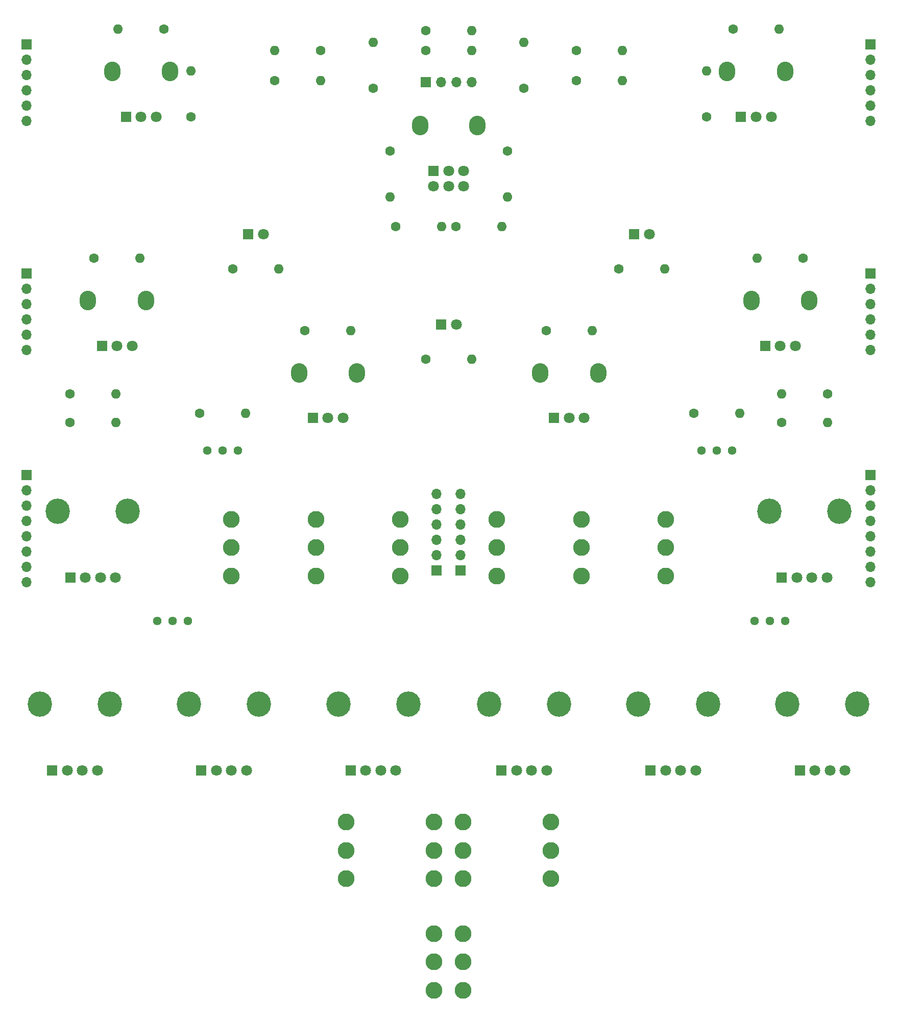
<source format=gbs>
%TF.GenerationSoftware,KiCad,Pcbnew,9.0.0*%
%TF.CreationDate,2025-03-15T21:37:14+01:00*%
%TF.ProjectId,DMH_Dual_VCF_Diode_Ladder_Mk2_PCB_2,444d485f-4475-4616-9c5f-5643465f4469,1*%
%TF.SameCoordinates,Original*%
%TF.FileFunction,Soldermask,Bot*%
%TF.FilePolarity,Negative*%
%FSLAX46Y46*%
G04 Gerber Fmt 4.6, Leading zero omitted, Abs format (unit mm)*
G04 Created by KiCad (PCBNEW 9.0.0) date 2025-03-15 21:37:14*
%MOMM*%
%LPD*%
G01*
G04 APERTURE LIST*
%ADD10O,1.600000X1.600000*%
%ADD11C,1.600000*%
%ADD12C,1.440000*%
%ADD13R,1.700000X1.700000*%
%ADD14O,1.700000X1.700000*%
%ADD15O,4.000000X4.200000*%
%ADD16C,1.800000*%
%ADD17R,1.800000X1.800000*%
%ADD18C,2.800000*%
%ADD19O,2.720000X3.240000*%
G04 APERTURE END LIST*
D10*
%TO.C,R14*%
X71810000Y-93750000D03*
D11*
X64190000Y-93750000D03*
%TD*%
D12*
%TO.C,RV31*%
X150710000Y-152150000D03*
X153250000Y-152150000D03*
X155790000Y-152150000D03*
%TD*%
%TO.C,RV19*%
X51710000Y-152150000D03*
X54250000Y-152150000D03*
X56790000Y-152150000D03*
%TD*%
%TO.C,RV15*%
X141960000Y-123900000D03*
X144500000Y-123900000D03*
X147040000Y-123900000D03*
%TD*%
%TO.C,RV13*%
X59950000Y-123900000D03*
X62490000Y-123900000D03*
X65030000Y-123900000D03*
%TD*%
D11*
%TO.C,R141*%
X91190000Y-86750000D03*
D10*
X98810000Y-86750000D03*
%TD*%
D11*
%TO.C,R140*%
X87500000Y-63810000D03*
D10*
X87500000Y-56190000D03*
%TD*%
D11*
%TO.C,R139*%
X101190000Y-86750000D03*
D10*
X108810000Y-86750000D03*
%TD*%
D11*
%TO.C,R138*%
X96190000Y-54250000D03*
D10*
X103810000Y-54250000D03*
%TD*%
D11*
%TO.C,R137*%
X121190000Y-62500000D03*
D10*
X128810000Y-62500000D03*
%TD*%
D11*
%TO.C,R136*%
X121190000Y-57500000D03*
D10*
X128810000Y-57500000D03*
%TD*%
D11*
%TO.C,R135*%
X71190000Y-62500000D03*
D10*
X78810000Y-62500000D03*
%TD*%
D11*
%TO.C,R96*%
X78810000Y-57500000D03*
D10*
X71190000Y-57500000D03*
%TD*%
D11*
%TO.C,R58*%
X140690000Y-117750000D03*
D10*
X148310000Y-117750000D03*
%TD*%
D11*
%TO.C,R40*%
X58690000Y-117750000D03*
D10*
X66310000Y-117750000D03*
%TD*%
D13*
%TO.C,J20*%
X102000000Y-143800000D03*
D14*
X102000000Y-141260000D03*
X102000000Y-138720000D03*
X102000000Y-136180000D03*
X102000000Y-133640000D03*
X102000000Y-131100000D03*
%TD*%
D13*
%TO.C,J19*%
X98000000Y-143800000D03*
D14*
X98000000Y-141260000D03*
X98000000Y-138720000D03*
X98000000Y-136180000D03*
X98000000Y-133640000D03*
X98000000Y-131100000D03*
%TD*%
D15*
%TO.C,RV25*%
X56950000Y-166000000D03*
D16*
X66500000Y-177000000D03*
D15*
X68550000Y-166000000D03*
D17*
X59000000Y-177000000D03*
D16*
X61500000Y-177000000D03*
X64000000Y-177000000D03*
%TD*%
D17*
%TO.C,D4*%
X66730000Y-88000000D03*
D16*
X69270000Y-88000000D03*
%TD*%
D15*
%TO.C,RV9*%
X153200000Y-134000000D03*
D16*
X162750000Y-145000000D03*
D15*
X164800000Y-134000000D03*
D17*
X155250000Y-145000000D03*
D16*
X157750000Y-145000000D03*
X160250000Y-145000000D03*
%TD*%
D18*
%TO.C,SW4*%
X136000000Y-144700000D03*
X136000000Y-140000000D03*
X136000000Y-135300000D03*
%TD*%
D15*
%TO.C,RV11*%
X156200000Y-166000000D03*
D16*
X165750000Y-177000000D03*
D15*
X167800000Y-166000000D03*
D17*
X158250000Y-177000000D03*
D16*
X160750000Y-177000000D03*
X163250000Y-177000000D03*
%TD*%
D19*
%TO.C,RV7*%
X146200000Y-61000000D03*
X155800000Y-61000000D03*
D17*
X148500000Y-68500000D03*
D16*
X151000000Y-68500000D03*
X153500000Y-68500000D03*
%TD*%
D19*
%TO.C,RV18*%
X75200000Y-111000000D03*
X84800000Y-111000000D03*
D17*
X77500000Y-118500000D03*
D16*
X80000000Y-118500000D03*
X82500000Y-118500000D03*
%TD*%
D19*
%TO.C,RV27*%
X40200000Y-99000000D03*
X49800000Y-99000000D03*
D17*
X42500000Y-106500000D03*
D16*
X45000000Y-106500000D03*
X47500000Y-106500000D03*
%TD*%
D18*
%TO.C,SW1*%
X64000000Y-144700000D03*
X64000000Y-140000000D03*
X64000000Y-135300000D03*
%TD*%
D17*
%TO.C,D5*%
X130730000Y-88000000D03*
D16*
X133270000Y-88000000D03*
%TD*%
D18*
%TO.C,SW6*%
X108000000Y-144700000D03*
X108000000Y-140000000D03*
X108000000Y-135300000D03*
%TD*%
D15*
%TO.C,RV20*%
X106700000Y-166000000D03*
D16*
X116250000Y-177000000D03*
D15*
X118300000Y-166000000D03*
D17*
X108750000Y-177000000D03*
D16*
X111250000Y-177000000D03*
X113750000Y-177000000D03*
%TD*%
D19*
%TO.C,RV22*%
X115200000Y-111000000D03*
X124800000Y-111000000D03*
D17*
X117500000Y-118500000D03*
D16*
X120000000Y-118500000D03*
X122500000Y-118500000D03*
%TD*%
D18*
%TO.C,SW5*%
X122000000Y-144700000D03*
X122000000Y-140000000D03*
X122000000Y-135300000D03*
%TD*%
%TO.C,SW3*%
X92000000Y-144700000D03*
X92000000Y-140000000D03*
X92000000Y-135300000D03*
%TD*%
D15*
%TO.C,RV16*%
X81700000Y-166000000D03*
D16*
X91250000Y-177000000D03*
D15*
X93300000Y-166000000D03*
D17*
X83750000Y-177000000D03*
D16*
X86250000Y-177000000D03*
X88750000Y-177000000D03*
%TD*%
D15*
%TO.C,RV28*%
X131450000Y-166000000D03*
D16*
X141000000Y-177000000D03*
D15*
X143050000Y-166000000D03*
D17*
X133500000Y-177000000D03*
D16*
X136000000Y-177000000D03*
X138500000Y-177000000D03*
%TD*%
D17*
%TO.C,D3*%
X98730000Y-103000000D03*
D16*
X101270000Y-103000000D03*
%TD*%
D18*
%TO.C,SW8*%
X97587000Y-194950000D03*
X97587000Y-190250000D03*
X97587000Y-185550000D03*
X102413000Y-194950000D03*
X102413000Y-190250000D03*
X102413000Y-185550000D03*
%TD*%
%TO.C,SW2*%
X78000000Y-144700000D03*
X78000000Y-140000000D03*
X78000000Y-135300000D03*
%TD*%
D19*
%TO.C,RV30*%
X150200000Y-99000000D03*
X159800000Y-99000000D03*
D17*
X152500000Y-106500000D03*
D16*
X155000000Y-106500000D03*
X157500000Y-106500000D03*
%TD*%
D15*
%TO.C,RV3*%
X35200000Y-134000000D03*
D16*
X44750000Y-145000000D03*
D15*
X46800000Y-134000000D03*
D17*
X37250000Y-145000000D03*
D16*
X39750000Y-145000000D03*
X42250000Y-145000000D03*
%TD*%
D18*
%TO.C,SW7*%
X83000000Y-194950000D03*
X83000000Y-190250000D03*
X83000000Y-185550000D03*
%TD*%
D19*
%TO.C,RV6*%
X95250000Y-70000000D03*
X104750000Y-70000000D03*
D17*
X97500000Y-77500000D03*
D16*
X100000000Y-77500000D03*
X102500000Y-77500000D03*
X97500000Y-80000000D03*
X100000000Y-80000000D03*
X102500000Y-80000000D03*
%TD*%
D15*
%TO.C,RV5*%
X32200000Y-166000000D03*
D16*
X41750000Y-177000000D03*
D15*
X43800000Y-166000000D03*
D17*
X34250000Y-177000000D03*
D16*
X36750000Y-177000000D03*
X39250000Y-177000000D03*
%TD*%
D19*
%TO.C,RV1*%
X44200000Y-61000000D03*
X53800000Y-61000000D03*
D17*
X46500000Y-68500000D03*
D16*
X49000000Y-68500000D03*
X51500000Y-68500000D03*
%TD*%
D18*
%TO.C,SW10*%
X97587000Y-213450000D03*
X97587000Y-208750000D03*
X97587000Y-204050000D03*
X102413000Y-213450000D03*
X102413000Y-208750000D03*
X102413000Y-204050000D03*
%TD*%
%TO.C,SW9*%
X117000000Y-194950000D03*
X117000000Y-190250000D03*
X117000000Y-185550000D03*
%TD*%
D11*
%TO.C,R12*%
X96190000Y-57500000D03*
D10*
X103810000Y-57500000D03*
%TD*%
D11*
%TO.C,R132*%
X112500000Y-63810000D03*
D10*
X112500000Y-56190000D03*
%TD*%
D11*
%TO.C,R24*%
X155190000Y-119250000D03*
D10*
X162810000Y-119250000D03*
%TD*%
D13*
%TO.C,J18*%
X170000000Y-94500000D03*
D14*
X170000000Y-97040000D03*
X170000000Y-99580000D03*
X170000000Y-102120000D03*
X170000000Y-104660000D03*
X170000000Y-107200000D03*
%TD*%
D13*
%TO.C,J16*%
X170000000Y-128000000D03*
D14*
X170000000Y-130540000D03*
X170000000Y-133080000D03*
X170000000Y-135620000D03*
X170000000Y-138160000D03*
X170000000Y-140700000D03*
X170000000Y-143240000D03*
X170000000Y-145780000D03*
%TD*%
D13*
%TO.C,J23*%
X96200000Y-62775000D03*
D14*
X98740000Y-62775000D03*
X101280000Y-62775000D03*
X103820000Y-62775000D03*
%TD*%
D11*
%TO.C,R1*%
X52810000Y-54000000D03*
D10*
X45190000Y-54000000D03*
%TD*%
D11*
%TO.C,R11*%
X90250000Y-74190000D03*
D10*
X90250000Y-81810000D03*
%TD*%
D11*
%TO.C,R13*%
X96190000Y-108750000D03*
D10*
X103810000Y-108750000D03*
%TD*%
D11*
%TO.C,R10*%
X37190000Y-119250000D03*
D10*
X44810000Y-119250000D03*
%TD*%
D11*
%TO.C,R80*%
X116190000Y-104000000D03*
D10*
X123810000Y-104000000D03*
%TD*%
D11*
%TO.C,R17*%
X142750000Y-68560000D03*
D10*
X142750000Y-60940000D03*
%TD*%
D11*
%TO.C,R23*%
X162810000Y-114500000D03*
D10*
X155190000Y-114500000D03*
%TD*%
D11*
%TO.C,R111*%
X41190000Y-92000000D03*
D10*
X48810000Y-92000000D03*
%TD*%
D11*
%TO.C,R76*%
X76190000Y-104000000D03*
D10*
X83810000Y-104000000D03*
%TD*%
D11*
%TO.C,R128*%
X158810000Y-92000000D03*
D10*
X151190000Y-92000000D03*
%TD*%
D13*
%TO.C,J15*%
X30000000Y-128000000D03*
D14*
X30000000Y-130540000D03*
X30000000Y-133080000D03*
X30000000Y-135620000D03*
X30000000Y-138160000D03*
X30000000Y-140700000D03*
X30000000Y-143240000D03*
X30000000Y-145780000D03*
%TD*%
D11*
%TO.C,R8*%
X37190000Y-114500000D03*
D10*
X44810000Y-114500000D03*
%TD*%
D13*
%TO.C,J22*%
X170000000Y-56500000D03*
D14*
X170000000Y-59040000D03*
X170000000Y-61580000D03*
X170000000Y-64120000D03*
X170000000Y-66660000D03*
X170000000Y-69200000D03*
%TD*%
D13*
%TO.C,J21*%
X30000000Y-56500000D03*
D14*
X30000000Y-59040000D03*
X30000000Y-61580000D03*
X30000000Y-64120000D03*
X30000000Y-66660000D03*
X30000000Y-69200000D03*
%TD*%
D11*
%TO.C,R15*%
X128190000Y-93750000D03*
D10*
X135810000Y-93750000D03*
%TD*%
D11*
%TO.C,R131*%
X109750000Y-74190000D03*
D10*
X109750000Y-81810000D03*
%TD*%
D11*
%TO.C,R2*%
X57250000Y-68560000D03*
D10*
X57250000Y-60940000D03*
%TD*%
D11*
%TO.C,R16*%
X147190000Y-54000000D03*
D10*
X154810000Y-54000000D03*
%TD*%
D13*
%TO.C,J17*%
X30000000Y-94500000D03*
D14*
X30000000Y-97040000D03*
X30000000Y-99580000D03*
X30000000Y-102120000D03*
X30000000Y-104660000D03*
X30000000Y-107200000D03*
%TD*%
M02*

</source>
